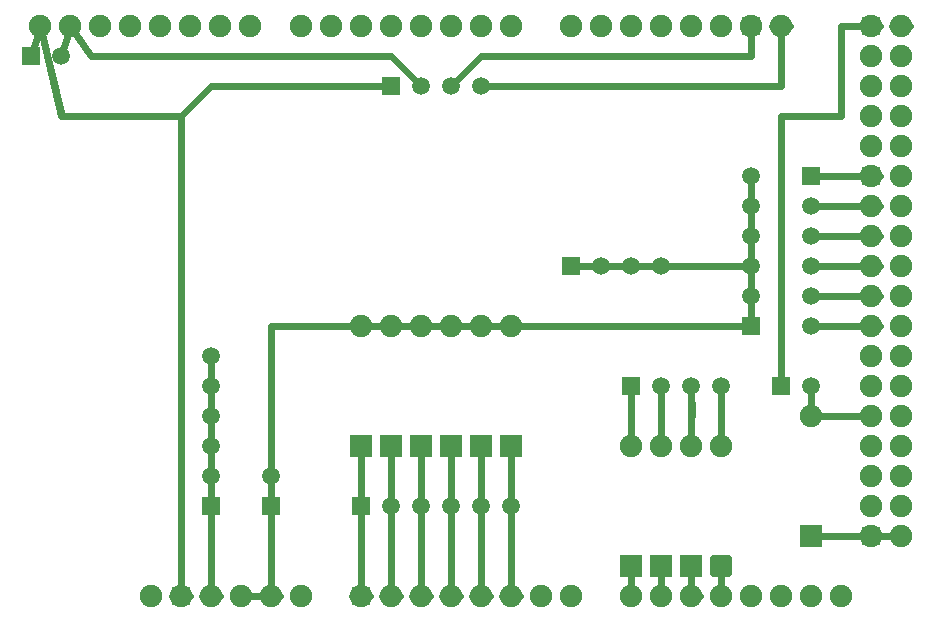
<source format=gtl>
G04 MADE WITH FRITZING*
G04 WWW.FRITZING.ORG*
G04 DOUBLE SIDED*
G04 HOLES PLATED*
G04 CONTOUR ON CENTER OF CONTOUR VECTOR*
%ASAXBY*%
%FSLAX23Y23*%
%MOIN*%
%OFA0B0*%
%SFA1.0B1.0*%
%ADD10C,0.075000*%
%ADD11C,0.059000*%
%ADD12R,0.059000X0.059000*%
%ADD13R,0.075000X0.075000*%
%ADD14C,0.024000*%
%ADD15C,0.020000*%
%LNCOPPER1*%
G90*
G70*
G54D10*
X108Y2022D03*
X208Y2022D03*
X308Y2022D03*
X408Y2022D03*
X508Y2022D03*
X608Y2022D03*
X708Y2022D03*
X808Y2022D03*
X978Y2022D03*
X1078Y2022D03*
X1178Y2022D03*
X1278Y2022D03*
X1378Y2022D03*
X1478Y2022D03*
X1578Y2022D03*
X1678Y2022D03*
X478Y122D03*
X578Y122D03*
X678Y122D03*
X778Y122D03*
X878Y122D03*
X978Y122D03*
X1178Y122D03*
X1278Y122D03*
X1378Y122D03*
X1478Y122D03*
X1578Y122D03*
X1678Y122D03*
X1878Y2022D03*
X1978Y2022D03*
X2078Y2022D03*
X2178Y2022D03*
X2278Y2022D03*
X2378Y2022D03*
X2478Y2022D03*
X2578Y2022D03*
X1778Y122D03*
X1878Y122D03*
X2078Y122D03*
X2178Y122D03*
X2278Y122D03*
X2378Y122D03*
X2478Y122D03*
X2578Y122D03*
X2678Y122D03*
X2778Y122D03*
X2878Y2022D03*
X2978Y2022D03*
X2878Y1922D03*
X2978Y1922D03*
X2878Y1822D03*
X2978Y1822D03*
X2878Y1722D03*
X2978Y1722D03*
X2878Y1622D03*
X2978Y1622D03*
X2878Y1522D03*
X2978Y1522D03*
X2878Y1422D03*
X2978Y1422D03*
X2878Y1322D03*
X2978Y1322D03*
X2878Y1222D03*
X2978Y1222D03*
X2878Y1122D03*
X2978Y1122D03*
X2878Y1022D03*
X2978Y1022D03*
X2878Y922D03*
X2978Y922D03*
X2878Y822D03*
X2978Y822D03*
X2878Y722D03*
X2978Y722D03*
X2878Y622D03*
X2978Y622D03*
X2878Y522D03*
X2978Y522D03*
X2878Y422D03*
X2978Y422D03*
X2878Y322D03*
X2978Y322D03*
G54D11*
X78Y1922D03*
X178Y1922D03*
X2878Y322D03*
X2978Y322D03*
X2578Y822D03*
X2678Y822D03*
X2878Y2022D03*
X2978Y2022D03*
X1178Y122D03*
X1278Y122D03*
X1378Y122D03*
X1478Y122D03*
X1578Y122D03*
X1678Y122D03*
X2878Y1522D03*
X2878Y1422D03*
X2878Y1322D03*
X2878Y1222D03*
X2878Y1122D03*
X2878Y1022D03*
X2478Y2022D03*
X2578Y2022D03*
X578Y122D03*
X678Y122D03*
X778Y122D03*
X878Y122D03*
X2478Y1022D03*
X2478Y1122D03*
X2478Y1222D03*
X2478Y1322D03*
X2478Y1422D03*
X2478Y1522D03*
X878Y422D03*
X878Y522D03*
X1878Y1222D03*
X1978Y1222D03*
X2078Y1222D03*
X2178Y1222D03*
X2078Y822D03*
X2178Y822D03*
X2278Y822D03*
X2378Y822D03*
X1278Y1822D03*
X1378Y1822D03*
X1478Y1822D03*
X1578Y1822D03*
X678Y422D03*
X678Y522D03*
X678Y622D03*
X678Y722D03*
X678Y822D03*
X678Y922D03*
X2678Y1522D03*
X2678Y1422D03*
X2678Y1322D03*
X2678Y1222D03*
X2678Y1122D03*
X2678Y1022D03*
X1178Y422D03*
X1278Y422D03*
X1378Y422D03*
X1478Y422D03*
X1578Y422D03*
X1678Y422D03*
G54D10*
X1578Y622D03*
X1578Y1022D03*
X1678Y622D03*
X1678Y1022D03*
X1478Y622D03*
X1478Y1022D03*
X1378Y622D03*
X1378Y1022D03*
X1278Y622D03*
X1278Y1022D03*
X1178Y622D03*
X1178Y1022D03*
X2378Y222D03*
X2378Y622D03*
X2278Y222D03*
X2278Y622D03*
X2178Y222D03*
X2178Y622D03*
X2078Y222D03*
X2078Y622D03*
X2678Y322D03*
X2678Y722D03*
G54D12*
X78Y1922D03*
X2878Y322D03*
X2578Y822D03*
X2878Y2022D03*
X1178Y122D03*
X2878Y1522D03*
X2478Y2022D03*
X578Y122D03*
X2478Y1022D03*
X878Y422D03*
X1878Y1222D03*
X2078Y822D03*
X1278Y1822D03*
X678Y422D03*
X2678Y1522D03*
X1178Y422D03*
G54D13*
X1578Y622D03*
X1678Y622D03*
X1478Y622D03*
X1378Y622D03*
X1278Y622D03*
X1178Y622D03*
X2278Y222D03*
X2178Y222D03*
X2078Y222D03*
X2678Y322D03*
G54D14*
X2207Y1222D02*
X2378Y1222D01*
D02*
X2378Y1222D02*
X2448Y1222D01*
D02*
X1948Y1222D02*
X1907Y1222D01*
D02*
X2048Y1222D02*
X2007Y1222D01*
D02*
X2107Y1222D02*
X2148Y1222D01*
D02*
X2078Y194D02*
X2078Y151D01*
D02*
X2078Y651D02*
X2078Y793D01*
D02*
X2178Y194D02*
X2178Y151D01*
D02*
X2178Y651D02*
X2178Y793D01*
D02*
X2378Y651D02*
X2378Y793D01*
D02*
X2378Y194D02*
X2378Y151D01*
D02*
X2278Y194D02*
X2278Y122D01*
D02*
X2278Y122D02*
X2306Y122D01*
D02*
X2279Y793D02*
X2281Y722D01*
D02*
X2281Y722D02*
X2278Y822D01*
D02*
X2278Y822D02*
X2278Y722D01*
D02*
X2278Y722D02*
X2278Y651D01*
D02*
X2578Y2022D02*
X2548Y2022D01*
D02*
X2606Y2022D02*
X2548Y2022D01*
D02*
X1678Y122D02*
X1707Y122D01*
D02*
X1707Y122D02*
X1649Y122D01*
D02*
X2848Y2022D02*
X2906Y2022D01*
D02*
X2948Y2022D02*
X3006Y2022D01*
D02*
X2906Y1522D02*
X2848Y1522D01*
D02*
X2906Y1422D02*
X2848Y1422D01*
D02*
X2906Y1322D02*
X2848Y1322D01*
D02*
X2906Y1222D02*
X2848Y1222D01*
D02*
X2906Y1122D02*
X2848Y1122D01*
D02*
X2906Y1022D02*
X2848Y1022D01*
D02*
X2948Y322D02*
X2907Y322D01*
D02*
X2906Y322D02*
X2948Y322D01*
D02*
X907Y122D02*
X849Y122D01*
D02*
X849Y122D02*
X807Y122D01*
D02*
X707Y122D02*
X649Y122D01*
D02*
X607Y122D02*
X549Y122D01*
D02*
X1607Y122D02*
X1549Y122D01*
D02*
X1507Y122D02*
X1449Y122D01*
D02*
X1407Y122D02*
X1349Y122D01*
D02*
X1307Y122D02*
X1249Y122D01*
D02*
X1207Y122D02*
X1149Y122D01*
D02*
X100Y1995D02*
X86Y1951D01*
D02*
X200Y1995D02*
X186Y1951D01*
D02*
X1607Y1822D02*
X2578Y1822D01*
D02*
X2578Y1822D02*
X2578Y1994D01*
D02*
X224Y1999D02*
X278Y1922D01*
D02*
X278Y1922D02*
X1278Y1922D01*
D02*
X1278Y1922D02*
X1357Y1843D01*
D02*
X115Y1994D02*
X181Y1722D01*
D02*
X181Y1722D02*
X478Y1722D01*
D02*
X478Y1722D02*
X578Y1722D01*
D02*
X578Y1722D02*
X578Y152D01*
D02*
X878Y493D02*
X878Y452D01*
D02*
X2707Y1022D02*
X2849Y1022D01*
D02*
X2707Y1122D02*
X2849Y1122D01*
D02*
X2707Y1522D02*
X2849Y1522D01*
D02*
X2707Y1222D02*
X2849Y1222D01*
D02*
X2707Y1322D02*
X2849Y1322D01*
D02*
X2707Y1422D02*
X2849Y1422D01*
D02*
X1249Y1022D02*
X1206Y1022D01*
D02*
X1349Y1022D02*
X1306Y1022D01*
D02*
X1449Y1022D02*
X1406Y1022D01*
D02*
X1549Y1022D02*
X1506Y1022D01*
D02*
X1649Y1022D02*
X1606Y1022D01*
D02*
X2448Y1022D02*
X1706Y1022D01*
D02*
X2478Y1093D02*
X2478Y1052D01*
D02*
X2478Y1193D02*
X2478Y1152D01*
D02*
X2478Y1252D02*
X2478Y1293D01*
D02*
X2478Y1352D02*
X2478Y1393D01*
D02*
X2478Y1452D02*
X2478Y1493D01*
D02*
X1499Y1843D02*
X1578Y1922D01*
D02*
X1578Y1922D02*
X2478Y1922D01*
D02*
X2478Y1922D02*
X2478Y1993D01*
D02*
X1248Y1822D02*
X678Y1822D01*
D02*
X678Y1822D02*
X578Y1722D01*
D02*
X578Y1722D02*
X178Y1722D01*
D02*
X178Y1722D02*
X114Y1994D01*
D02*
X678Y852D02*
X678Y893D01*
D02*
X678Y752D02*
X678Y793D01*
D02*
X678Y652D02*
X678Y693D01*
D02*
X678Y593D02*
X678Y552D01*
D02*
X678Y493D02*
X678Y452D01*
D02*
X678Y393D02*
X678Y152D01*
D02*
X878Y393D02*
X878Y152D01*
D02*
X1678Y393D02*
X1678Y152D01*
D02*
X1578Y393D02*
X1578Y152D01*
D02*
X1478Y393D02*
X1478Y152D01*
D02*
X1378Y393D02*
X1378Y152D01*
D02*
X1278Y393D02*
X1278Y152D01*
D02*
X1178Y594D02*
X1178Y452D01*
D02*
X1178Y393D02*
X1178Y152D01*
D02*
X1278Y594D02*
X1278Y452D01*
D02*
X1378Y594D02*
X1378Y452D01*
D02*
X1478Y594D02*
X1478Y452D01*
D02*
X1578Y594D02*
X1578Y452D01*
D02*
X1678Y594D02*
X1678Y452D01*
D02*
X1149Y1022D02*
X878Y1022D01*
D02*
X878Y1022D02*
X878Y552D01*
D02*
X2849Y322D02*
X2706Y322D01*
D02*
X2678Y751D02*
X2678Y793D01*
D02*
X2849Y722D02*
X2706Y722D01*
D02*
X2578Y1722D02*
X2578Y852D01*
D02*
X2778Y1722D02*
X2578Y1722D01*
D02*
X2778Y2022D02*
X2778Y1722D01*
D02*
X2849Y2022D02*
X2778Y2022D01*
G54D15*
X2350Y250D02*
X2405Y250D01*
X2405Y195D01*
X2350Y195D01*
X2350Y250D01*
D02*
G04 End of Copper1*
M02*
</source>
